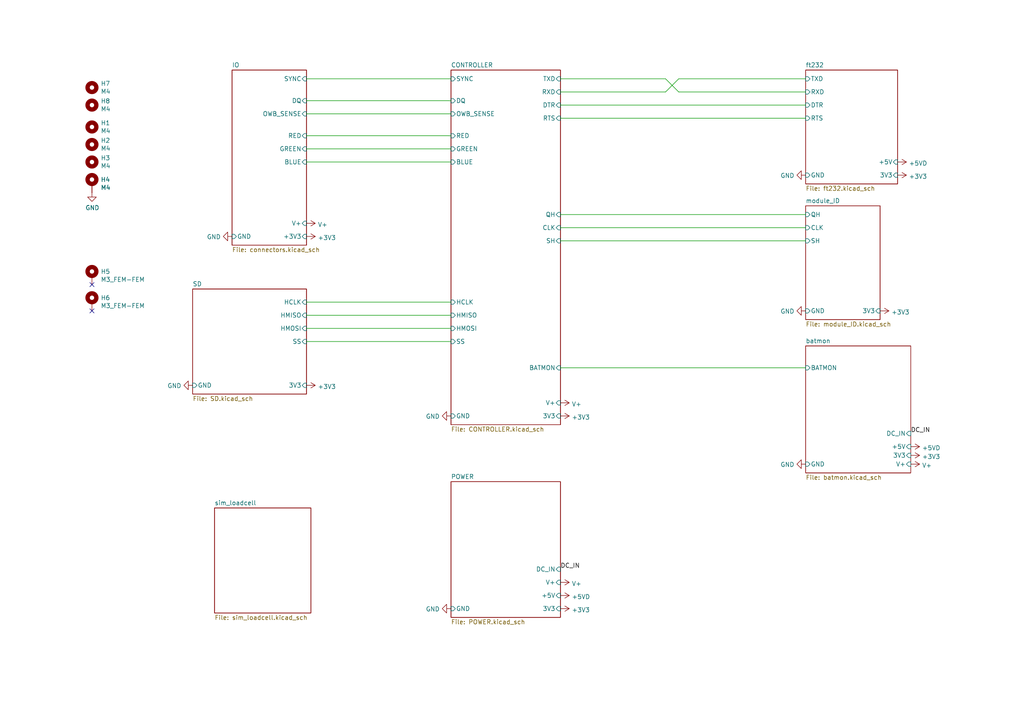
<source format=kicad_sch>
(kicad_sch (version 20211123) (generator eeschema)
  (paper "A4")
  (lib_symbols
    (symbol "Mechanical:MountingHole" (pin_names (offset 1.016))
      (property "Reference" "H" (at 0 5.08 0))
      (property "Value" "Mechanical_MountingHole" (at 0 3.175 0))
      (symbol "MountingHole_0_1"
        (circle (center 0 0) (radius 1.27) (stroke (width 1.27)))
      )
    )
    (symbol "Mechanical:MountingHole_Pad" (pin_numbers hide) (pin_names (offset 1.016) hide)
      (property "Reference" "H" (at 0 6.35 0))
      (property "Value" "Mechanical_MountingHole_Pad" (at 0 4.445 0))
      (symbol "MountingHole_Pad_0_1"
        (circle (center 0 1.27) (radius 1.27) (stroke (width 1.27)))
      )
      (symbol "MountingHole_Pad_1_1"
        (pin input line (at 0 -2.54 90) (length 2.54) (name "1") (number "1"))
      )
    )
    (symbol "power:+3.3V" (power) (pin_names (offset 0))
      (property "Value" "power_+3.3V" (at 0 3.556 0))
      (symbol "+3.3V_0_1"
        (polyline (pts (xy -0.762 1.27) (xy 0 2.54)))
        (polyline (pts (xy 0 0) (xy 0 2.54)))
        (polyline (pts (xy 0 2.54) (xy 0.762 1.27)))
      )
      (symbol "+3.3V_1_1"
        (pin power_in line (at 0 0 90) (length 0) hide (name "+3V3") (number "1"))
      )
    )
    (symbol "power:+5VD" (power) (pin_names (offset 0))
      (property "Value" "power_+5VD" (at 0 3.556 0))
      (symbol "+5VD_0_1"
        (polyline (pts (xy -0.762 1.27) (xy 0 2.54)))
        (polyline (pts (xy 0 0) (xy 0 2.54)))
        (polyline (pts (xy 0 2.54) (xy 0.762 1.27)))
      )
      (symbol "+5VD_1_1"
        (pin power_in line (at 0 0 90) (length 0) hide (name "+5VD") (number "1"))
      )
    )
    (symbol "power:GND" (power) (pin_names (offset 0))
      (property "Value" "power_GND" (at 0 -3.81 0))
      (symbol "GND_0_1"
        (polyline (pts (xy 0 0) (xy 0 -1.27) (xy 1.27 -1.27) (xy 0 -2.54) (xy -1.27 -1.27) (xy 0 -1.27)))
      )
      (symbol "GND_1_1"
        (pin power_in line (at 0 0 270) (length 0) hide (name "GND") (number "1"))
      )
    )
    (symbol "power_custom:V+" (power) (pin_names (offset 0))
      (property "Value" "power_custom_V+" (at 0 3.556 0))
      (symbol "V+_0_1"
        (polyline (pts (xy -0.762 1.27) (xy 0 2.54)))
        (polyline (pts (xy 0 0) (xy 0 2.54)))
        (polyline (pts (xy 0 2.54) (xy 0.762 1.27)))
      )
      (symbol "V+_1_1"
        (pin power_in line (at 0 0 90) (length 0) hide (name "V+") (number "1"))
      )
    )
  )
  (no_connect (at 26.67 90.17))
  (no_connect (at 26.67 82.55))
  (wire (pts (xy 162.56 30.48) (xy 233.68 30.48)))
  (wire (pts (xy 193.04 22.86) (xy 196.85 26.67)))
  (wire (pts (xy 162.56 22.86) (xy 193.04 22.86)))
  (wire (pts (xy 233.68 66.04) (xy 162.56 66.04)))
  (wire (pts (xy 196.85 26.67) (xy 233.68 26.67)))
  (wire (pts (xy 130.81 22.86) (xy 88.9 22.86)))
  (wire (pts (xy 88.9 39.37) (xy 130.81 39.37)))
  (wire (pts (xy 193.04 26.67) (xy 196.85 22.86)))
  (wire (pts (xy 162.56 34.29) (xy 233.68 34.29)))
  (wire (pts (xy 233.68 69.85) (xy 162.56 69.85)))
  (wire (pts (xy 130.81 99.06) (xy 88.9 99.06)))
  (wire (pts (xy 88.9 87.63) (xy 130.81 87.63)))
  (wire (pts (xy 233.68 62.23) (xy 162.56 62.23)))
  (wire (pts (xy 233.68 106.68) (xy 162.56 106.68)))
  (wire (pts (xy 162.56 26.67) (xy 193.04 26.67)))
  (wire (pts (xy 88.9 29.21) (xy 130.81 29.21)))
  (wire (pts (xy 88.9 91.44) (xy 130.81 91.44)))
  (wire (pts (xy 88.9 46.99) (xy 130.81 46.99)))
  (wire (pts (xy 196.85 22.86) (xy 233.68 22.86)))
  (wire (pts (xy 88.9 95.25) (xy 130.81 95.25)))
  (wire (pts (xy 130.81 43.18) (xy 88.9 43.18)))
  (wire (pts (xy 130.81 33.02) (xy 88.9 33.02)))
  (label "DC_IN" (at 264.16 125.73 0))
  (label "DC_IN" (at 162.56 165.1 0))
  (symbol (lib_id "Mechanical:MountingHole") (at 26.67 30.48 0) (unit 1)
    (property "Reference" "H8" (at 29.21 29.3116 0) (effects (justify left)))
    (property "Value" "M4" (at 29.21 31.623 0) (effects (justify left)))
    (property "Footprint" "MountingHole:MountingHole_3.2mm_M3_Pad_Via" (effects hide))
  )
  (symbol (lib_id "Mechanical:MountingHole") (at 26.67 25.4 0) (unit 1)
    (property "Reference" "H7" (at 29.21 24.2316 0) (effects (justify left)))
    (property "Value" "M4" (at 29.21 26.543 0) (effects (justify left)))
    (property "Footprint" "MountingHole:MountingHole_4.3mm_M4_Pad_Via" (effects hide))
  )
  (symbol (lib_id "power_custom:V+") (at 88.9 64.77 270) (unit 1)
    (property "Reference" "#PWR0116" (effects hide))
    (property "Value" "V+" (at 92.1512 65.151 90) (effects (justify left)))
  )
  (symbol (lib_id "power:+3.3V") (at 264.16 132.08 270) (unit 1)
    (property "Reference" "#PWR0142" (effects hide))
    (property "Value" "+3.3V" (at 267.4112 132.461 90) (effects (justify left)))
  )
  (symbol (lib_id "power:+5VD") (at 264.16 129.54 270) (unit 1)
    (property "Reference" "#PWR0146" (effects hide))
    (property "Value" "+5VD" (at 267.4112 129.921 90) (effects (justify left)))
  )
  (symbol (lib_id "power:GND") (at 26.67 55.88 0) (unit 1)
    (property "Reference" "#PWR03" (effects hide))
    (property "Value" "GND" (at 26.797 60.2742 0))
  )
  (symbol (lib_id "power:GND") (at 130.81 176.53 270) (unit 1)
    (property "Reference" "#PWR026" (effects hide))
    (property "Value" "GND" (at 127.5588 176.657 90) (effects (justify right)))
  )
  (symbol (lib_id "power:+3.3V") (at 88.9 111.76 270) (unit 1)
    (property "Reference" "#PWR024" (effects hide))
    (property "Value" "+3.3V" (at 92.1512 112.141 90) (effects (justify left)))
  )
  (symbol (lib_id "power:+3.3V") (at 162.56 176.53 270) (unit 1)
    (property "Reference" "#PWR031" (effects hide))
    (property "Value" "+3.3V" (at 165.8112 176.911 90) (effects (justify left)))
  )
  (symbol (lib_id "power:+3.3V") (at 162.56 120.65 270) (unit 1)
    (property "Reference" "#PWR028" (effects hide))
    (property "Value" "+3.3V" (at 165.8112 121.031 90) (effects (justify left)))
  )
  (symbol (lib_id "power:+3.3V") (at 255.27 90.17 270) (unit 1)
    (property "Reference" "#PWR035" (effects hide))
    (property "Value" "+3.3V" (at 258.5212 90.551 90) (effects (justify left)))
  )
  (symbol (lib_id "power:+3.3V") (at 260.35 50.8 270) (unit 1)
    (property "Reference" "#PWR037" (effects hide))
    (property "Value" "+3.3V" (at 263.6012 51.181 90) (effects (justify left)))
  )
  (symbol (lib_id "power:+3.3V") (at 88.9 68.58 270) (unit 1)
    (property "Reference" "#PWR021" (effects hide))
    (property "Value" "+3.3V" (at 92.1512 68.961 90) (effects (justify left)))
  )
  (symbol (lib_id "power:GND") (at 55.88 111.76 270) (unit 1)
    (property "Reference" "#PWR017" (effects hide))
    (property "Value" "GND" (at 52.6288 111.887 90) (effects (justify right)))
  )
  (symbol (lib_id "power:GND") (at 130.81 120.65 270) (unit 1)
    (property "Reference" "#PWR025" (effects hide))
    (property "Value" "GND" (at 127.5588 120.777 90) (effects (justify right)))
  )
  (symbol (lib_id "power:GND") (at 67.31 68.58 270) (unit 1)
    (property "Reference" "#PWR018" (effects hide))
    (property "Value" "GND" (at 64.0588 68.707 90) (effects (justify right)))
  )
  (symbol (lib_id "power:GND") (at 233.68 90.17 270) (unit 1)
    (property "Reference" "#PWR033" (effects hide))
    (property "Value" "GND" (at 230.4288 90.297 90) (effects (justify right)))
  )
  (symbol (lib_id "power:GND") (at 233.68 134.62 270) (unit 1)
    (property "Reference" "#PWR034" (effects hide))
    (property "Value" "GND" (at 230.4288 134.747 90) (effects (justify right)))
  )
  (symbol (lib_id "power:GND") (at 233.68 50.8 270) (unit 1)
    (property "Reference" "#PWR032" (effects hide))
    (property "Value" "GND" (at 230.4288 50.927 90) (effects (justify right)))
  )
  (symbol (lib_id "power:+5VD") (at 162.56 172.72 270) (unit 1)
    (property "Reference" "#PWR030" (effects hide))
    (property "Value" "+5VD" (at 165.8112 173.101 90) (effects (justify left)))
  )
  (symbol (lib_id "power:+5VD") (at 260.35 46.99 270) (unit 1)
    (property "Reference" "#PWR036" (effects hide))
    (property "Value" "+5VD" (at 263.6012 47.371 90) (effects (justify left)))
  )
  (symbol (lib_id "power_custom:V+") (at 264.16 134.62 270) (unit 1)
    (property "Reference" "#PWR038" (effects hide))
    (property "Value" "V+" (at 267.4112 135.001 90) (effects (justify left)))
  )
  (symbol (lib_id "power_custom:V+") (at 162.56 116.84 270) (unit 1)
    (property "Reference" "#PWR027" (effects hide))
    (property "Value" "V+" (at 165.8112 117.221 90) (effects (justify left)))
  )
  (symbol (lib_id "power_custom:V+") (at 162.56 168.91 270) (unit 1)
    (property "Reference" "#PWR029" (effects hide))
    (property "Value" "V+" (at 165.8112 169.291 90) (effects (justify left)))
  )
  (symbol (lib_id "Mechanical:MountingHole") (at 26.67 46.99 0) (unit 1)
    (property "Reference" "H3" (at 29.21 45.8216 0) (effects (justify left)))
    (property "Value" "M4" (at 29.21 48.133 0) (effects (justify left)))
    (property "Footprint" "MountingHole:MountingHole_3.2mm_M3_Pad_Via" (effects hide))
  )
  (symbol (lib_id "Mechanical:MountingHole") (at 26.67 41.91 0) (unit 1)
    (property "Reference" "H2" (at 29.21 40.7416 0) (effects (justify left)))
    (property "Value" "M4" (at 29.21 43.053 0) (effects (justify left)))
    (property "Footprint" "MountingHole:MountingHole_3.2mm_M3_Pad_Via" (effects hide))
  )
  (symbol (lib_id "Mechanical:MountingHole") (at 26.67 36.83 0) (unit 1)
    (property "Reference" "H1" (at 29.21 35.6616 0) (effects (justify left)))
    (property "Value" "M4" (at 29.21 37.973 0) (effects (justify left)))
    (property "Footprint" "MountingHole:MountingHole_4.3mm_M4_Pad_Via" (effects hide))
  )
  (symbol (lib_id "Mechanical:MountingHole_Pad") (at 26.67 53.34 0) (unit 1)
    (property "Reference" "H4" (at 29.21 52.0954 0) (effects (justify left)))
    (property "Value" "M4" (at 29.21 54.4068 0) (effects (justify left)))
    (property "Footprint" "MountingHole:MountingHole_3.2mm_M3_Pad_Via" (effects hide))
  )
  (symbol (lib_id "Mechanical:MountingHole_Pad") (at 26.67 80.01 0) (unit 1)
    (property "Reference" "H5" (at 29.21 78.7654 0) (effects (justify left)))
    (property "Value" "M3_FEM-FEM" (at 29.21 81.0768 0) (effects (justify left)))
    (property "Footprint" "MountingHole:MountingHole_3.2mm_M3_Pad_Via" (effects hide))
  )
  (symbol (lib_id "Mechanical:MountingHole_Pad") (at 26.67 87.63 0) (unit 1)
    (property "Reference" "H6" (at 29.21 86.3854 0) (effects (justify left)))
    (property "Value" "M3_FEM-FEM" (at 29.21 88.6968 0) (effects (justify left)))
    (property "Footprint" "MountingHole:MountingHole_3.2mm_M3_Pad_Via" (effects hide))
  )
  (sheet (at 130.81 139.7) (size 31.75 39.37)
    (property "Sheet name" "POWER" (at 130.81 138.9884 0) (effects (justify left bottom)))
    (property "Sheet file" "POWER.kicad_sch" (at 130.81 179.6546 0) (effects (justify left top)))
    (pin "GND" input (at 130.81 176.53 180))
    (pin "3V3" input (at 162.56 176.53 0))
    (pin "V+" input (at 162.56 168.91 0))
    (pin "+5V" input (at 162.56 172.72 0))
    (pin "DC_IN" input (at 162.56 165.1 0))
  )
  (sheet (at 130.81 20.32) (size 31.75 102.87)
    (property "Sheet name" "CONTROLLER" (at 130.81 19.6084 0) (effects (justify left bottom)))
    (property "Sheet file" "CONTROLLER.kicad_sch" (at 130.81 123.7746 0) (effects (justify left top)))
    (pin "GND" input (at 130.81 120.65 180))
    (pin "3V3" input (at 162.56 120.65 0))
    (pin "BATMON" input (at 162.56 106.68 0))
    (pin "OWB_SENSE" input (at 130.81 33.02 180))
    (pin "SYNC" input (at 130.81 22.86 180))
    (pin "QH" input (at 162.56 62.23 0))
    (pin "RED" input (at 130.81 39.37 180))
    (pin "GREEN" input (at 130.81 43.18 180))
    (pin "BLUE" input (at 130.81 46.99 180))
    (pin "RTS" input (at 162.56 34.29 0))
    (pin "CLK" input (at 162.56 66.04 0))
    (pin "SH" input (at 162.56 69.85 0))
    (pin "DTR" input (at 162.56 30.48 0))
    (pin "HMISO" input (at 130.81 91.44 180))
    (pin "HCLK" input (at 130.81 87.63 180))
    (pin "HMOSI" input (at 130.81 95.25 180))
    (pin "DQ" input (at 130.81 29.21 180))
    (pin "V+" input (at 162.56 116.84 0))
    (pin "RXD" input (at 162.56 26.67 0))
    (pin "TXD" input (at 162.56 22.86 0))
    (pin "SS" input (at 130.81 99.06 180))
  )
  (sheet (at 62.23 147.32) (size 27.94 30.48)
    (property "Sheet name" "sim_loadcell" (at 62.23 146.6084 0) (effects (justify left bottom)))
    (property "Sheet file" "sim_loadcell.kicad_sch" (at 62.23 178.3846 0) (effects (justify left top)))
  )
  (sheet (at 55.88 83.82) (size 33.02 30.48)
    (property "Sheet name" "SD" (at 55.88 83.1084 0) (effects (justify left bottom)))
    (property "Sheet file" "SD.kicad_sch" (at 55.88 114.8846 0) (effects (justify left top)))
    (pin "HMISO" input (at 88.9 91.44 0))
    (pin "HCLK" input (at 88.9 87.63 0))
    (pin "HMOSI" input (at 88.9 95.25 0))
    (pin "GND" input (at 55.88 111.76 180))
    (pin "3V3" input (at 88.9 111.76 0))
    (pin "SS" input (at 88.9 99.06 0))
  )
  (sheet (at 233.68 100.33) (size 30.48 36.83)
    (property "Sheet name" "batmon" (at 233.68 99.6184 0) (effects (justify left bottom)))
    (property "Sheet file" "batmon.kicad_sch" (at 233.68 137.7446 0) (effects (justify left top)))
    (pin "BATMON" input (at 233.68 106.68 180))
    (pin "V+" input (at 264.16 134.62 0))
    (pin "GND" input (at 233.68 134.62 180))
    (pin "3V3" input (at 264.16 132.08 0))
    (pin "+5V" input (at 264.16 129.54 0))
    (pin "DC_IN" input (at 264.16 125.73 0))
  )
  (sheet (at 233.68 59.69) (size 21.59 33.02)
    (property "Sheet name" "module_ID" (at 233.68 58.9784 0) (effects (justify left bottom)))
    (property "Sheet file" "module_ID.kicad_sch" (at 233.68 93.2946 0) (effects (justify left top)))
    (pin "SH" input (at 233.68 69.85 180))
    (pin "CLK" input (at 233.68 66.04 180))
    (pin "GND" input (at 233.68 90.17 180))
    (pin "3V3" input (at 255.27 90.17 0))
    (pin "QH" input (at 233.68 62.23 180))
  )
  (sheet (at 233.68 20.32) (size 26.67 33.02)
    (property "Sheet name" "ft232" (at 233.68 19.6084 0) (effects (justify left bottom)))
    (property "Sheet file" "ft232.kicad_sch" (at 233.68 53.9246 0) (effects (justify left top)))
    (pin "TXD" input (at 233.68 22.86 180))
    (pin "RXD" input (at 233.68 26.67 180))
    (pin "3V3" input (at 260.35 50.8 0))
    (pin "GND" input (at 233.68 50.8 180))
    (pin "DTR" input (at 233.68 30.48 180))
    (pin "RTS" input (at 233.68 34.29 180))
    (pin "+5V" input (at 260.35 46.99 0))
  )
  (sheet (at 67.31 20.32) (size 21.59 50.8)
    (property "Sheet name" "IO" (at 67.31 19.6084 0) (effects (justify left bottom)))
    (property "Sheet file" "connectors.kicad_sch" (at 67.31 71.7046 0) (effects (justify left top)))
    (pin "SYNC" input (at 88.9 22.86 0))
    (pin "OWB_SENSE" input (at 88.9 33.02 0))
    (pin "RED" input (at 88.9 39.37 0))
    (pin "GREEN" input (at 88.9 43.18 0))
    (pin "BLUE" input (at 88.9 46.99 0))
    (pin "DQ" input (at 88.9 29.21 0))
    (pin "+3V3" input (at 88.9 68.58 0))
    (pin "GND" input (at 67.31 68.58 180))
    (pin "V+" input (at 88.9 64.77 0))
  )
)
</source>
